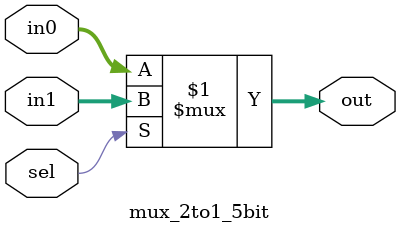
<source format=v>
`timescale 1ns / 1ps

module mux_2to1_5bit(
    input [4:0] in0,
    input [4:0] in1,
    input sel,
    output [4:0] out
    );

    assign out = (sel) ? in1 : in0;

endmodule

</source>
